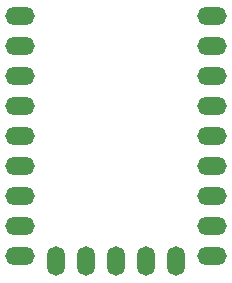
<source format=gbr>
%TF.GenerationSoftware,KiCad,Pcbnew,7.0.7*%
%TF.CreationDate,2023-09-01T12:35:23+10:00*%
%TF.ProjectId,qaz,71617a2e-6b69-4636-9164-5f7063625858,rev?*%
%TF.SameCoordinates,Original*%
%TF.FileFunction,Paste,Top*%
%TF.FilePolarity,Positive*%
%FSLAX46Y46*%
G04 Gerber Fmt 4.6, Leading zero omitted, Abs format (unit mm)*
G04 Created by KiCad (PCBNEW 7.0.7) date 2023-09-01 12:35:23*
%MOMM*%
%LPD*%
G01*
G04 APERTURE LIST*
%ADD10O,2.500000X1.500000*%
%ADD11O,1.500000X2.500000*%
G04 APERTURE END LIST*
D10*
%TO.C,U1*%
X235411604Y-26491473D03*
X235411604Y-29031473D03*
X235411604Y-31571473D03*
X235411604Y-34111473D03*
X235411604Y-36651473D03*
X235411604Y-39191473D03*
X235411604Y-41731473D03*
X235411604Y-44271473D03*
X235411604Y-46811473D03*
D11*
X232371604Y-47311473D03*
X229831604Y-47311473D03*
X227291604Y-47311473D03*
X224751604Y-47311473D03*
X222211604Y-47311473D03*
D10*
X219171604Y-46811473D03*
X219171604Y-44271473D03*
X219171604Y-41731473D03*
X219171604Y-39191473D03*
X219171604Y-36651473D03*
X219171604Y-34111473D03*
X219171604Y-31571473D03*
X219171604Y-29031473D03*
X219171604Y-26491473D03*
%TD*%
M02*

</source>
